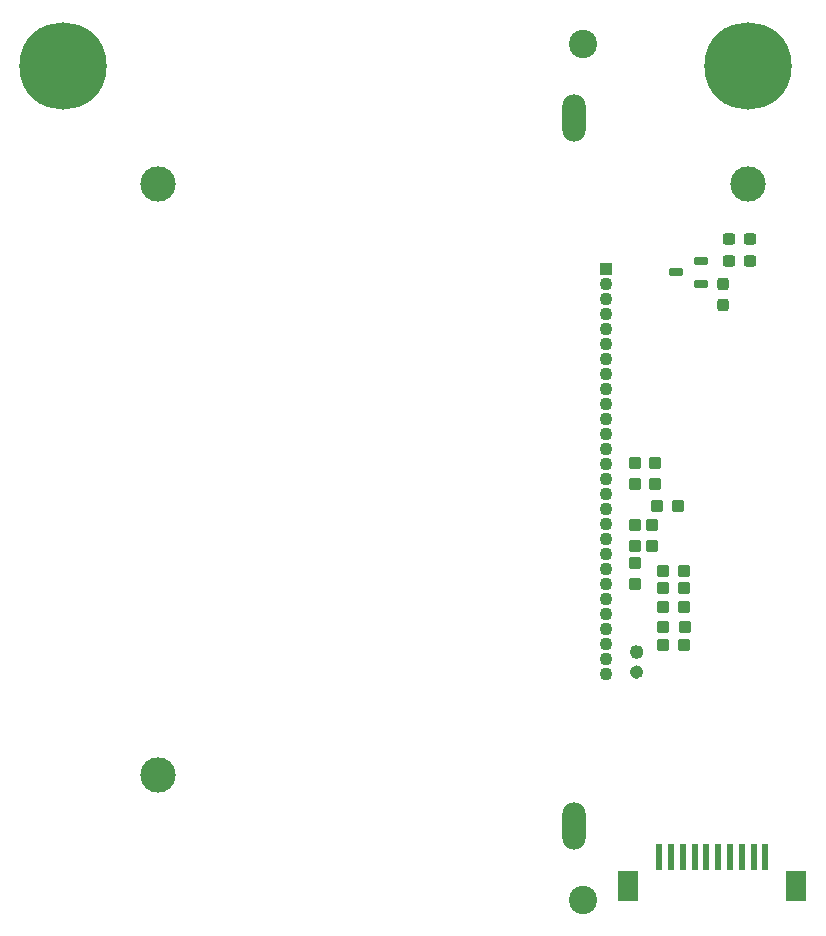
<source format=gbr>
%TF.GenerationSoftware,Altium Limited,Altium Designer,24.7.2 (38)*%
G04 Layer_Color=16711935*
%FSLAX43Y43*%
%MOMM*%
%TF.SameCoordinates,6EE5CD54-FE70-432D-B01E-CA14D31D91FF*%
%TF.FilePolarity,Negative*%
%TF.FileFunction,Soldermask,Bot*%
%TF.Part,Single*%
G01*
G75*
%TA.AperFunction,ComponentPad*%
%ADD10C,1.100*%
%ADD11R,1.100X1.100*%
%ADD12O,2.000X4.000*%
%ADD13C,2.400*%
%TA.AperFunction,SMDPad,CuDef*%
G04:AMPARAMS|DCode=16|XSize=1.05mm|YSize=1.1mm|CornerRadius=0.263mm|HoleSize=0mm|Usage=FLASHONLY|Rotation=270.000|XOffset=0mm|YOffset=0mm|HoleType=Round|Shape=RoundedRectangle|*
%AMROUNDEDRECTD16*
21,1,1.050,0.575,0,0,270.0*
21,1,0.525,1.100,0,0,270.0*
1,1,0.525,-0.288,-0.263*
1,1,0.525,-0.288,0.263*
1,1,0.525,0.288,0.263*
1,1,0.525,0.288,-0.263*
%
%ADD16ROUNDEDRECTD16*%
%ADD17C,0.200*%
G04:AMPARAMS|DCode=18|XSize=1.05mm|YSize=1.1mm|CornerRadius=0.263mm|HoleSize=0mm|Usage=FLASHONLY|Rotation=0.000|XOffset=0mm|YOffset=0mm|HoleType=Round|Shape=RoundedRectangle|*
%AMROUNDEDRECTD18*
21,1,1.050,0.575,0,0,0.0*
21,1,0.525,1.100,0,0,0.0*
1,1,0.525,0.263,-0.288*
1,1,0.525,-0.263,-0.288*
1,1,0.525,-0.263,0.288*
1,1,0.525,0.263,0.288*
%
%ADD18ROUNDEDRECTD18*%
G04:AMPARAMS|DCode=19|XSize=1mm|YSize=1.05mm|CornerRadius=0.25mm|HoleSize=0mm|Usage=FLASHONLY|Rotation=270.000|XOffset=0mm|YOffset=0mm|HoleType=Round|Shape=RoundedRectangle|*
%AMROUNDEDRECTD19*
21,1,1.000,0.550,0,0,270.0*
21,1,0.500,1.050,0,0,270.0*
1,1,0.500,-0.275,-0.250*
1,1,0.500,-0.275,0.250*
1,1,0.500,0.275,0.250*
1,1,0.500,0.275,-0.250*
%
%ADD19ROUNDEDRECTD19*%
G04:AMPARAMS|DCode=20|XSize=1mm|YSize=1.05mm|CornerRadius=0.25mm|HoleSize=0mm|Usage=FLASHONLY|Rotation=0.000|XOffset=0mm|YOffset=0mm|HoleType=Round|Shape=RoundedRectangle|*
%AMROUNDEDRECTD20*
21,1,1.000,0.550,0,0,0.0*
21,1,0.500,1.050,0,0,0.0*
1,1,0.500,0.250,-0.275*
1,1,0.500,-0.250,-0.275*
1,1,0.500,-0.250,0.275*
1,1,0.500,0.250,0.275*
%
%ADD20ROUNDEDRECTD20*%
%ADD21R,1.800X2.600*%
%ADD22R,0.600X2.200*%
G04:AMPARAMS|DCode=23|XSize=1.23mm|YSize=0.6mm|CornerRadius=0.075mm|HoleSize=0mm|Usage=FLASHONLY|Rotation=180.000|XOffset=0mm|YOffset=0mm|HoleType=Round|Shape=RoundedRectangle|*
%AMROUNDEDRECTD23*
21,1,1.230,0.450,0,0,180.0*
21,1,1.080,0.600,0,0,180.0*
1,1,0.150,-0.540,0.225*
1,1,0.150,0.540,0.225*
1,1,0.150,0.540,-0.225*
1,1,0.150,-0.540,-0.225*
%
%ADD23ROUNDEDRECTD23*%
%TA.AperFunction,ComponentPad*%
%ADD29C,7.400*%
%TA.AperFunction,NonConductor*%
%ADD30C,0.610*%
%TA.AperFunction,FiducialPad,Global*%
%ADD31C,3.000*%
D10*
X51966Y-56521D02*
D03*
Y-55251D02*
D03*
Y-53981D02*
D03*
Y-52711D02*
D03*
Y-51441D02*
D03*
Y-50171D02*
D03*
Y-48901D02*
D03*
Y-47631D02*
D03*
Y-46361D02*
D03*
Y-45091D02*
D03*
Y-43821D02*
D03*
Y-42551D02*
D03*
Y-41281D02*
D03*
Y-40011D02*
D03*
Y-38741D02*
D03*
Y-37471D02*
D03*
Y-36201D02*
D03*
Y-34931D02*
D03*
Y-33661D02*
D03*
Y-32391D02*
D03*
Y-31121D02*
D03*
Y-29851D02*
D03*
Y-28581D02*
D03*
Y-27311D02*
D03*
Y-26041D02*
D03*
Y-24771D02*
D03*
Y-23501D02*
D03*
D11*
Y-22231D02*
D03*
D12*
X49226Y-9376D02*
D03*
Y-69376D02*
D03*
D13*
X50016Y-75576D02*
D03*
Y-3176D02*
D03*
D16*
X58597Y-52464D02*
D03*
X56797D02*
D03*
X58530Y-54012D02*
D03*
X56730D02*
D03*
X58552Y-50850D02*
D03*
X56752D02*
D03*
X58530Y-49235D02*
D03*
X56730D02*
D03*
X58564Y-47764D02*
D03*
X56764D02*
D03*
X56222Y-42297D02*
D03*
X58022D02*
D03*
D17*
X54523Y-56638D02*
D03*
Y-56013D02*
D03*
X54534Y-54954D02*
D03*
Y-54278D02*
D03*
D18*
X56063Y-40403D02*
D03*
Y-38603D02*
D03*
X54423Y-40403D02*
D03*
Y-38603D02*
D03*
X54388Y-45668D02*
D03*
Y-43868D02*
D03*
X55808D02*
D03*
Y-45668D02*
D03*
X54435Y-48901D02*
D03*
Y-47101D02*
D03*
D19*
X64144Y-21535D02*
D03*
X62394D02*
D03*
X64144Y-19691D02*
D03*
X62394D02*
D03*
D20*
X61872Y-25251D02*
D03*
Y-23501D02*
D03*
D21*
X53838Y-74400D02*
D03*
X68038D02*
D03*
D22*
X58438Y-72000D02*
D03*
X61438D02*
D03*
X65438D02*
D03*
X64438D02*
D03*
X63438D02*
D03*
X62438D02*
D03*
X60438D02*
D03*
X59438D02*
D03*
X57438D02*
D03*
X56438D02*
D03*
D23*
X60011Y-21535D02*
D03*
X57891Y-22485D02*
D03*
X60011Y-23435D02*
D03*
D29*
X64000Y-5000D02*
D03*
X6000D02*
D03*
D30*
X54802Y-56323D02*
G03*
X54802Y-56323I-279J0D01*
G01*
X54813Y-54644D02*
G03*
X54813Y-54644I-279J0D01*
G01*
Y-54588D02*
G03*
X54813Y-54588I-279J0D01*
G01*
D31*
X64000Y-15006D02*
D03*
X14000D02*
D03*
X14000Y-65000D02*
D03*
%TF.MD5,aaa489bb652b963f838e3af811746a38*%
M02*

</source>
